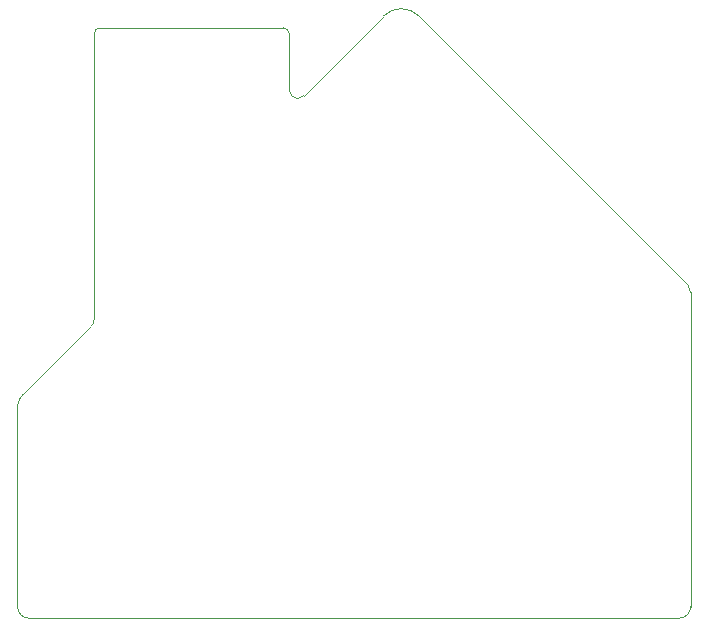
<source format=gbr>
%TF.GenerationSoftware,KiCad,Pcbnew,(6.0.4)*%
%TF.CreationDate,2022-04-10T17:23:06-04:00*%
%TF.ProjectId,ftdi601_breakout,66746469-3630-4315-9f62-7265616b6f75,rev?*%
%TF.SameCoordinates,Original*%
%TF.FileFunction,Profile,NP*%
%FSLAX46Y46*%
G04 Gerber Fmt 4.6, Leading zero omitted, Abs format (unit mm)*
G04 Created by KiCad (PCBNEW (6.0.4)) date 2022-04-10 17:23:06*
%MOMM*%
%LPD*%
G01*
G04 APERTURE LIST*
%TA.AperFunction,Profile*%
%ADD10C,0.100000*%
%TD*%
G04 APERTURE END LIST*
D10*
X130057035Y-68200000D02*
X130057035Y-92361889D01*
X180557035Y-90100000D02*
X180557035Y-116700000D01*
X157557035Y-66700000D02*
X180307035Y-89450000D01*
X130557035Y-67700000D02*
X146057035Y-67700000D01*
X124057042Y-98700007D02*
G75*
G03*
X123557035Y-99700000I1159158J-1204593D01*
G01*
X146557000Y-72950000D02*
G75*
G03*
X147307035Y-73700000I750000J0D01*
G01*
X146557000Y-68200000D02*
G75*
G03*
X146057035Y-67700000I-500000J0D01*
G01*
X123557035Y-116700000D02*
X123557035Y-99700000D01*
X124057035Y-98700000D02*
X129807035Y-92950000D01*
X157557035Y-66700000D02*
G75*
G03*
X154557035Y-66700000I-1500000J-1500001D01*
G01*
X146557035Y-68200000D02*
X146557035Y-72950000D01*
X123557000Y-116700000D02*
G75*
G03*
X124557035Y-117700000I1000000J0D01*
G01*
X147307034Y-73699990D02*
G75*
G03*
X147807035Y-73450000I-69334J763690D01*
G01*
X154557035Y-66700000D02*
X147807035Y-73450000D01*
X179557035Y-117700000D02*
X124557035Y-117700000D01*
X180557018Y-90100001D02*
G75*
G03*
X180307035Y-89450000I-1123718J-59099D01*
G01*
X129807054Y-92950022D02*
G75*
G03*
X130057035Y-92361889I-447554J537422D01*
G01*
X130557035Y-67700035D02*
G75*
G03*
X130057035Y-68200000I-35J-499965D01*
G01*
X179557035Y-117700035D02*
G75*
G03*
X180557035Y-116700000I-35J1000035D01*
G01*
M02*

</source>
